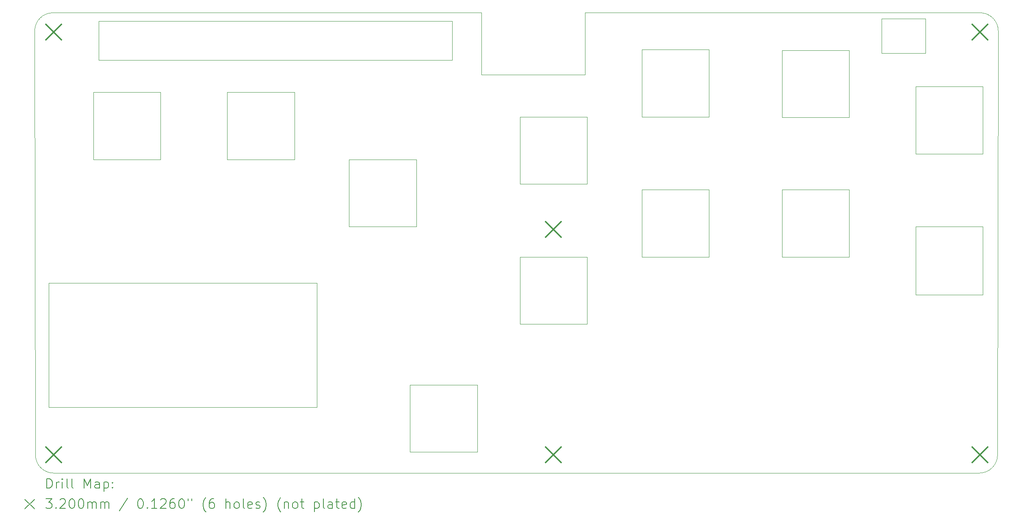
<source format=gbr>
%FSLAX45Y45*%
G04 Gerber Fmt 4.5, Leading zero omitted, Abs format (unit mm)*
G04 Created by KiCad (PCBNEW (6.0.4)) date 2022-06-27 13:40:30*
%MOMM*%
%LPD*%
G01*
G04 APERTURE LIST*
%TA.AperFunction,Profile*%
%ADD10C,0.100000*%
%TD*%
%ADD11C,0.200000*%
%ADD12C,0.320000*%
G04 APERTURE END LIST*
D10*
X12573000Y-17018000D02*
X12557592Y-8181000D01*
X32639000Y-8181000D02*
G75*
G03*
X32258000Y-7800000I-381000J0D01*
G01*
X21869400Y-9093200D02*
X24028400Y-9093200D01*
X29530000Y-12890000D02*
X28130000Y-12890000D01*
X28130000Y-12890000D02*
X28130000Y-11490000D01*
X28130000Y-11490000D02*
X29530000Y-11490000D01*
X29530000Y-11490000D02*
X29530000Y-12890000D01*
X21780000Y-16960000D02*
X20380000Y-16960000D01*
X20380000Y-16960000D02*
X20380000Y-15560000D01*
X20380000Y-15560000D02*
X21780000Y-15560000D01*
X21780000Y-15560000D02*
X21780000Y-16960000D01*
X29530000Y-9980000D02*
X28130000Y-9980000D01*
X28130000Y-9980000D02*
X28130000Y-8580000D01*
X28130000Y-8580000D02*
X29530000Y-8580000D01*
X29530000Y-8580000D02*
X29530000Y-9980000D01*
X32320000Y-13680000D02*
X30920000Y-13680000D01*
X30920000Y-13680000D02*
X30920000Y-12260000D01*
X30920000Y-12260000D02*
X32320000Y-12260000D01*
X32320000Y-12260000D02*
X32320000Y-13680000D01*
X12852400Y-13436600D02*
X18440400Y-13436600D01*
X18440400Y-13436600D02*
X18440400Y-16027400D01*
X18440400Y-16027400D02*
X12852400Y-16027400D01*
X12852400Y-16027400D02*
X12852400Y-13436600D01*
X12954000Y-17399000D02*
X32242592Y-17399000D01*
X12573000Y-17018000D02*
G75*
G03*
X12954000Y-17399000I381000J0D01*
G01*
X24070000Y-14290000D02*
X22670000Y-14290000D01*
X22670000Y-14290000D02*
X22670000Y-12890000D01*
X22670000Y-12890000D02*
X24070000Y-12890000D01*
X24070000Y-12890000D02*
X24070000Y-14290000D01*
X21869400Y-7797800D02*
X12938592Y-7800000D01*
X13893800Y-7975600D02*
X21259800Y-7975600D01*
X21259800Y-7975600D02*
X21259800Y-8788400D01*
X21259800Y-8788400D02*
X13893800Y-8788400D01*
X13893800Y-8788400D02*
X13893800Y-7975600D01*
X32623592Y-17018000D02*
X32639000Y-8181000D01*
X17970000Y-10860000D02*
X16570000Y-10860000D01*
X16570000Y-10860000D02*
X16570000Y-9460000D01*
X16570000Y-9460000D02*
X17970000Y-9460000D01*
X17970000Y-9460000D02*
X17970000Y-10860000D01*
X26610000Y-9970000D02*
X25210000Y-9970000D01*
X25210000Y-9970000D02*
X25210000Y-8570000D01*
X25210000Y-8570000D02*
X26610000Y-8570000D01*
X26610000Y-8570000D02*
X26610000Y-9970000D01*
X31124600Y-8639520D02*
X30204400Y-8639520D01*
X30204400Y-8639520D02*
X30204400Y-7924400D01*
X30204400Y-7924400D02*
X31124600Y-7924400D01*
X31124600Y-7924400D02*
X31124600Y-8639520D01*
X12938592Y-7800002D02*
G75*
G03*
X12557592Y-8181000I-2J-380998D01*
G01*
X32320000Y-10740000D02*
X30920000Y-10740000D01*
X30920000Y-10740000D02*
X30920000Y-9340000D01*
X30920000Y-9340000D02*
X32320000Y-9340000D01*
X32320000Y-9340000D02*
X32320000Y-10740000D01*
X32242592Y-17399002D02*
G75*
G03*
X32623592Y-17018000I-2J381002D01*
G01*
X15180000Y-10860000D02*
X13780000Y-10860000D01*
X13780000Y-10860000D02*
X13780000Y-9460000D01*
X13780000Y-9460000D02*
X15180000Y-9460000D01*
X15180000Y-9460000D02*
X15180000Y-10860000D01*
X24028400Y-9093200D02*
X24028400Y-7797800D01*
X20510000Y-12260000D02*
X19110000Y-12260000D01*
X19110000Y-12260000D02*
X19110000Y-10860000D01*
X19110000Y-10860000D02*
X20510000Y-10860000D01*
X20510000Y-10860000D02*
X20510000Y-12260000D01*
X26610000Y-12890000D02*
X25210000Y-12890000D01*
X25210000Y-12890000D02*
X25210000Y-11490000D01*
X25210000Y-11490000D02*
X26610000Y-11490000D01*
X26610000Y-11490000D02*
X26610000Y-12890000D01*
X21869400Y-7797800D02*
X21869400Y-9093200D01*
X24028400Y-7797800D02*
X32258000Y-7800000D01*
X24070000Y-11370000D02*
X22670000Y-11370000D01*
X22670000Y-11370000D02*
X22670000Y-9970000D01*
X22670000Y-9970000D02*
X24070000Y-9970000D01*
X24070000Y-9970000D02*
X24070000Y-11370000D01*
D11*
D12*
X12794000Y-8040000D02*
X13114000Y-8360000D01*
X13114000Y-8040000D02*
X12794000Y-8360000D01*
X12794000Y-16858000D02*
X13114000Y-17178000D01*
X13114000Y-16858000D02*
X12794000Y-17178000D01*
X23208000Y-12159000D02*
X23528000Y-12479000D01*
X23528000Y-12159000D02*
X23208000Y-12479000D01*
X23208000Y-16858000D02*
X23528000Y-17178000D01*
X23528000Y-16858000D02*
X23208000Y-17178000D01*
X32098000Y-8040000D02*
X32418000Y-8360000D01*
X32418000Y-8040000D02*
X32098000Y-8360000D01*
X32098000Y-16858000D02*
X32418000Y-17178000D01*
X32418000Y-16858000D02*
X32098000Y-17178000D01*
D11*
X12810211Y-17714476D02*
X12810211Y-17514476D01*
X12857830Y-17514476D01*
X12886402Y-17524000D01*
X12905449Y-17543048D01*
X12914973Y-17562095D01*
X12924497Y-17600190D01*
X12924497Y-17628762D01*
X12914973Y-17666857D01*
X12905449Y-17685905D01*
X12886402Y-17704952D01*
X12857830Y-17714476D01*
X12810211Y-17714476D01*
X13010211Y-17714476D02*
X13010211Y-17581143D01*
X13010211Y-17619238D02*
X13019735Y-17600190D01*
X13029259Y-17590667D01*
X13048306Y-17581143D01*
X13067354Y-17581143D01*
X13134021Y-17714476D02*
X13134021Y-17581143D01*
X13134021Y-17514476D02*
X13124497Y-17524000D01*
X13134021Y-17533524D01*
X13143545Y-17524000D01*
X13134021Y-17514476D01*
X13134021Y-17533524D01*
X13257830Y-17714476D02*
X13238783Y-17704952D01*
X13229259Y-17685905D01*
X13229259Y-17514476D01*
X13362592Y-17714476D02*
X13343545Y-17704952D01*
X13334021Y-17685905D01*
X13334021Y-17514476D01*
X13591164Y-17714476D02*
X13591164Y-17514476D01*
X13657830Y-17657333D01*
X13724497Y-17514476D01*
X13724497Y-17714476D01*
X13905449Y-17714476D02*
X13905449Y-17609714D01*
X13895926Y-17590667D01*
X13876878Y-17581143D01*
X13838783Y-17581143D01*
X13819735Y-17590667D01*
X13905449Y-17704952D02*
X13886402Y-17714476D01*
X13838783Y-17714476D01*
X13819735Y-17704952D01*
X13810211Y-17685905D01*
X13810211Y-17666857D01*
X13819735Y-17647810D01*
X13838783Y-17638286D01*
X13886402Y-17638286D01*
X13905449Y-17628762D01*
X14000687Y-17581143D02*
X14000687Y-17781143D01*
X14000687Y-17590667D02*
X14019735Y-17581143D01*
X14057830Y-17581143D01*
X14076878Y-17590667D01*
X14086402Y-17600190D01*
X14095926Y-17619238D01*
X14095926Y-17676381D01*
X14086402Y-17695429D01*
X14076878Y-17704952D01*
X14057830Y-17714476D01*
X14019735Y-17714476D01*
X14000687Y-17704952D01*
X14181640Y-17695429D02*
X14191164Y-17704952D01*
X14181640Y-17714476D01*
X14172116Y-17704952D01*
X14181640Y-17695429D01*
X14181640Y-17714476D01*
X14181640Y-17590667D02*
X14191164Y-17600190D01*
X14181640Y-17609714D01*
X14172116Y-17600190D01*
X14181640Y-17590667D01*
X14181640Y-17609714D01*
X12352592Y-17944000D02*
X12552592Y-18144000D01*
X12552592Y-17944000D02*
X12352592Y-18144000D01*
X12791164Y-17934476D02*
X12914973Y-17934476D01*
X12848306Y-18010667D01*
X12876878Y-18010667D01*
X12895926Y-18020190D01*
X12905449Y-18029714D01*
X12914973Y-18048762D01*
X12914973Y-18096381D01*
X12905449Y-18115429D01*
X12895926Y-18124952D01*
X12876878Y-18134476D01*
X12819735Y-18134476D01*
X12800687Y-18124952D01*
X12791164Y-18115429D01*
X13000687Y-18115429D02*
X13010211Y-18124952D01*
X13000687Y-18134476D01*
X12991164Y-18124952D01*
X13000687Y-18115429D01*
X13000687Y-18134476D01*
X13086402Y-17953524D02*
X13095926Y-17944000D01*
X13114973Y-17934476D01*
X13162592Y-17934476D01*
X13181640Y-17944000D01*
X13191164Y-17953524D01*
X13200687Y-17972571D01*
X13200687Y-17991619D01*
X13191164Y-18020190D01*
X13076878Y-18134476D01*
X13200687Y-18134476D01*
X13324497Y-17934476D02*
X13343545Y-17934476D01*
X13362592Y-17944000D01*
X13372116Y-17953524D01*
X13381640Y-17972571D01*
X13391164Y-18010667D01*
X13391164Y-18058286D01*
X13381640Y-18096381D01*
X13372116Y-18115429D01*
X13362592Y-18124952D01*
X13343545Y-18134476D01*
X13324497Y-18134476D01*
X13305449Y-18124952D01*
X13295926Y-18115429D01*
X13286402Y-18096381D01*
X13276878Y-18058286D01*
X13276878Y-18010667D01*
X13286402Y-17972571D01*
X13295926Y-17953524D01*
X13305449Y-17944000D01*
X13324497Y-17934476D01*
X13514973Y-17934476D02*
X13534021Y-17934476D01*
X13553068Y-17944000D01*
X13562592Y-17953524D01*
X13572116Y-17972571D01*
X13581640Y-18010667D01*
X13581640Y-18058286D01*
X13572116Y-18096381D01*
X13562592Y-18115429D01*
X13553068Y-18124952D01*
X13534021Y-18134476D01*
X13514973Y-18134476D01*
X13495926Y-18124952D01*
X13486402Y-18115429D01*
X13476878Y-18096381D01*
X13467354Y-18058286D01*
X13467354Y-18010667D01*
X13476878Y-17972571D01*
X13486402Y-17953524D01*
X13495926Y-17944000D01*
X13514973Y-17934476D01*
X13667354Y-18134476D02*
X13667354Y-18001143D01*
X13667354Y-18020190D02*
X13676878Y-18010667D01*
X13695926Y-18001143D01*
X13724497Y-18001143D01*
X13743545Y-18010667D01*
X13753068Y-18029714D01*
X13753068Y-18134476D01*
X13753068Y-18029714D02*
X13762592Y-18010667D01*
X13781640Y-18001143D01*
X13810211Y-18001143D01*
X13829259Y-18010667D01*
X13838783Y-18029714D01*
X13838783Y-18134476D01*
X13934021Y-18134476D02*
X13934021Y-18001143D01*
X13934021Y-18020190D02*
X13943545Y-18010667D01*
X13962592Y-18001143D01*
X13991164Y-18001143D01*
X14010211Y-18010667D01*
X14019735Y-18029714D01*
X14019735Y-18134476D01*
X14019735Y-18029714D02*
X14029259Y-18010667D01*
X14048306Y-18001143D01*
X14076878Y-18001143D01*
X14095926Y-18010667D01*
X14105449Y-18029714D01*
X14105449Y-18134476D01*
X14495926Y-17924952D02*
X14324497Y-18182095D01*
X14753068Y-17934476D02*
X14772116Y-17934476D01*
X14791164Y-17944000D01*
X14800687Y-17953524D01*
X14810211Y-17972571D01*
X14819735Y-18010667D01*
X14819735Y-18058286D01*
X14810211Y-18096381D01*
X14800687Y-18115429D01*
X14791164Y-18124952D01*
X14772116Y-18134476D01*
X14753068Y-18134476D01*
X14734021Y-18124952D01*
X14724497Y-18115429D01*
X14714973Y-18096381D01*
X14705449Y-18058286D01*
X14705449Y-18010667D01*
X14714973Y-17972571D01*
X14724497Y-17953524D01*
X14734021Y-17944000D01*
X14753068Y-17934476D01*
X14905449Y-18115429D02*
X14914973Y-18124952D01*
X14905449Y-18134476D01*
X14895926Y-18124952D01*
X14905449Y-18115429D01*
X14905449Y-18134476D01*
X15105449Y-18134476D02*
X14991164Y-18134476D01*
X15048306Y-18134476D02*
X15048306Y-17934476D01*
X15029259Y-17963048D01*
X15010211Y-17982095D01*
X14991164Y-17991619D01*
X15181640Y-17953524D02*
X15191164Y-17944000D01*
X15210211Y-17934476D01*
X15257830Y-17934476D01*
X15276878Y-17944000D01*
X15286402Y-17953524D01*
X15295926Y-17972571D01*
X15295926Y-17991619D01*
X15286402Y-18020190D01*
X15172116Y-18134476D01*
X15295926Y-18134476D01*
X15467354Y-17934476D02*
X15429259Y-17934476D01*
X15410211Y-17944000D01*
X15400687Y-17953524D01*
X15381640Y-17982095D01*
X15372116Y-18020190D01*
X15372116Y-18096381D01*
X15381640Y-18115429D01*
X15391164Y-18124952D01*
X15410211Y-18134476D01*
X15448306Y-18134476D01*
X15467354Y-18124952D01*
X15476878Y-18115429D01*
X15486402Y-18096381D01*
X15486402Y-18048762D01*
X15476878Y-18029714D01*
X15467354Y-18020190D01*
X15448306Y-18010667D01*
X15410211Y-18010667D01*
X15391164Y-18020190D01*
X15381640Y-18029714D01*
X15372116Y-18048762D01*
X15610211Y-17934476D02*
X15629259Y-17934476D01*
X15648306Y-17944000D01*
X15657830Y-17953524D01*
X15667354Y-17972571D01*
X15676878Y-18010667D01*
X15676878Y-18058286D01*
X15667354Y-18096381D01*
X15657830Y-18115429D01*
X15648306Y-18124952D01*
X15629259Y-18134476D01*
X15610211Y-18134476D01*
X15591164Y-18124952D01*
X15581640Y-18115429D01*
X15572116Y-18096381D01*
X15562592Y-18058286D01*
X15562592Y-18010667D01*
X15572116Y-17972571D01*
X15581640Y-17953524D01*
X15591164Y-17944000D01*
X15610211Y-17934476D01*
X15753068Y-17934476D02*
X15753068Y-17972571D01*
X15829259Y-17934476D02*
X15829259Y-17972571D01*
X16124497Y-18210667D02*
X16114973Y-18201143D01*
X16095926Y-18172571D01*
X16086402Y-18153524D01*
X16076878Y-18124952D01*
X16067354Y-18077333D01*
X16067354Y-18039238D01*
X16076878Y-17991619D01*
X16086402Y-17963048D01*
X16095926Y-17944000D01*
X16114973Y-17915429D01*
X16124497Y-17905905D01*
X16286402Y-17934476D02*
X16248306Y-17934476D01*
X16229259Y-17944000D01*
X16219735Y-17953524D01*
X16200687Y-17982095D01*
X16191164Y-18020190D01*
X16191164Y-18096381D01*
X16200687Y-18115429D01*
X16210211Y-18124952D01*
X16229259Y-18134476D01*
X16267354Y-18134476D01*
X16286402Y-18124952D01*
X16295926Y-18115429D01*
X16305449Y-18096381D01*
X16305449Y-18048762D01*
X16295926Y-18029714D01*
X16286402Y-18020190D01*
X16267354Y-18010667D01*
X16229259Y-18010667D01*
X16210211Y-18020190D01*
X16200687Y-18029714D01*
X16191164Y-18048762D01*
X16543545Y-18134476D02*
X16543545Y-17934476D01*
X16629259Y-18134476D02*
X16629259Y-18029714D01*
X16619735Y-18010667D01*
X16600687Y-18001143D01*
X16572116Y-18001143D01*
X16553068Y-18010667D01*
X16543545Y-18020190D01*
X16753068Y-18134476D02*
X16734021Y-18124952D01*
X16724497Y-18115429D01*
X16714973Y-18096381D01*
X16714973Y-18039238D01*
X16724497Y-18020190D01*
X16734021Y-18010667D01*
X16753068Y-18001143D01*
X16781640Y-18001143D01*
X16800688Y-18010667D01*
X16810211Y-18020190D01*
X16819735Y-18039238D01*
X16819735Y-18096381D01*
X16810211Y-18115429D01*
X16800688Y-18124952D01*
X16781640Y-18134476D01*
X16753068Y-18134476D01*
X16934021Y-18134476D02*
X16914973Y-18124952D01*
X16905449Y-18105905D01*
X16905449Y-17934476D01*
X17086402Y-18124952D02*
X17067354Y-18134476D01*
X17029259Y-18134476D01*
X17010211Y-18124952D01*
X17000688Y-18105905D01*
X17000688Y-18029714D01*
X17010211Y-18010667D01*
X17029259Y-18001143D01*
X17067354Y-18001143D01*
X17086402Y-18010667D01*
X17095926Y-18029714D01*
X17095926Y-18048762D01*
X17000688Y-18067810D01*
X17172116Y-18124952D02*
X17191164Y-18134476D01*
X17229259Y-18134476D01*
X17248307Y-18124952D01*
X17257830Y-18105905D01*
X17257830Y-18096381D01*
X17248307Y-18077333D01*
X17229259Y-18067810D01*
X17200688Y-18067810D01*
X17181640Y-18058286D01*
X17172116Y-18039238D01*
X17172116Y-18029714D01*
X17181640Y-18010667D01*
X17200688Y-18001143D01*
X17229259Y-18001143D01*
X17248307Y-18010667D01*
X17324497Y-18210667D02*
X17334021Y-18201143D01*
X17353068Y-18172571D01*
X17362592Y-18153524D01*
X17372116Y-18124952D01*
X17381640Y-18077333D01*
X17381640Y-18039238D01*
X17372116Y-17991619D01*
X17362592Y-17963048D01*
X17353068Y-17944000D01*
X17334021Y-17915429D01*
X17324497Y-17905905D01*
X17686402Y-18210667D02*
X17676878Y-18201143D01*
X17657830Y-18172571D01*
X17648307Y-18153524D01*
X17638783Y-18124952D01*
X17629259Y-18077333D01*
X17629259Y-18039238D01*
X17638783Y-17991619D01*
X17648307Y-17963048D01*
X17657830Y-17944000D01*
X17676878Y-17915429D01*
X17686402Y-17905905D01*
X17762592Y-18001143D02*
X17762592Y-18134476D01*
X17762592Y-18020190D02*
X17772116Y-18010667D01*
X17791164Y-18001143D01*
X17819735Y-18001143D01*
X17838783Y-18010667D01*
X17848307Y-18029714D01*
X17848307Y-18134476D01*
X17972116Y-18134476D02*
X17953068Y-18124952D01*
X17943545Y-18115429D01*
X17934021Y-18096381D01*
X17934021Y-18039238D01*
X17943545Y-18020190D01*
X17953068Y-18010667D01*
X17972116Y-18001143D01*
X18000688Y-18001143D01*
X18019735Y-18010667D01*
X18029259Y-18020190D01*
X18038783Y-18039238D01*
X18038783Y-18096381D01*
X18029259Y-18115429D01*
X18019735Y-18124952D01*
X18000688Y-18134476D01*
X17972116Y-18134476D01*
X18095926Y-18001143D02*
X18172116Y-18001143D01*
X18124497Y-17934476D02*
X18124497Y-18105905D01*
X18134021Y-18124952D01*
X18153068Y-18134476D01*
X18172116Y-18134476D01*
X18391164Y-18001143D02*
X18391164Y-18201143D01*
X18391164Y-18010667D02*
X18410211Y-18001143D01*
X18448307Y-18001143D01*
X18467354Y-18010667D01*
X18476878Y-18020190D01*
X18486402Y-18039238D01*
X18486402Y-18096381D01*
X18476878Y-18115429D01*
X18467354Y-18124952D01*
X18448307Y-18134476D01*
X18410211Y-18134476D01*
X18391164Y-18124952D01*
X18600688Y-18134476D02*
X18581640Y-18124952D01*
X18572116Y-18105905D01*
X18572116Y-17934476D01*
X18762592Y-18134476D02*
X18762592Y-18029714D01*
X18753068Y-18010667D01*
X18734021Y-18001143D01*
X18695926Y-18001143D01*
X18676878Y-18010667D01*
X18762592Y-18124952D02*
X18743545Y-18134476D01*
X18695926Y-18134476D01*
X18676878Y-18124952D01*
X18667354Y-18105905D01*
X18667354Y-18086857D01*
X18676878Y-18067810D01*
X18695926Y-18058286D01*
X18743545Y-18058286D01*
X18762592Y-18048762D01*
X18829259Y-18001143D02*
X18905449Y-18001143D01*
X18857830Y-17934476D02*
X18857830Y-18105905D01*
X18867354Y-18124952D01*
X18886402Y-18134476D01*
X18905449Y-18134476D01*
X19048307Y-18124952D02*
X19029259Y-18134476D01*
X18991164Y-18134476D01*
X18972116Y-18124952D01*
X18962592Y-18105905D01*
X18962592Y-18029714D01*
X18972116Y-18010667D01*
X18991164Y-18001143D01*
X19029259Y-18001143D01*
X19048307Y-18010667D01*
X19057830Y-18029714D01*
X19057830Y-18048762D01*
X18962592Y-18067810D01*
X19229259Y-18134476D02*
X19229259Y-17934476D01*
X19229259Y-18124952D02*
X19210211Y-18134476D01*
X19172116Y-18134476D01*
X19153068Y-18124952D01*
X19143545Y-18115429D01*
X19134021Y-18096381D01*
X19134021Y-18039238D01*
X19143545Y-18020190D01*
X19153068Y-18010667D01*
X19172116Y-18001143D01*
X19210211Y-18001143D01*
X19229259Y-18010667D01*
X19305449Y-18210667D02*
X19314973Y-18201143D01*
X19334021Y-18172571D01*
X19343545Y-18153524D01*
X19353068Y-18124952D01*
X19362592Y-18077333D01*
X19362592Y-18039238D01*
X19353068Y-17991619D01*
X19343545Y-17963048D01*
X19334021Y-17944000D01*
X19314973Y-17915429D01*
X19305449Y-17905905D01*
M02*

</source>
